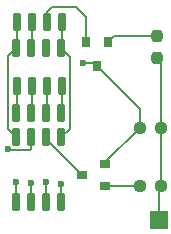
<source format=gbr>
%TF.GenerationSoftware,KiCad,Pcbnew,8.0.4*%
%TF.CreationDate,2024-08-25T11:53:39+01:00*%
%TF.ProjectId,ds_lite_tv_out_chip_swap,64735f6c-6974-4655-9f74-765f6f75745f,rev?*%
%TF.SameCoordinates,Original*%
%TF.FileFunction,Copper,L1,Top*%
%TF.FilePolarity,Positive*%
%FSLAX46Y46*%
G04 Gerber Fmt 4.6, Leading zero omitted, Abs format (unit mm)*
G04 Created by KiCad (PCBNEW 8.0.4) date 2024-08-25 11:53:39*
%MOMM*%
%LPD*%
G01*
G04 APERTURE LIST*
G04 Aperture macros list*
%AMRoundRect*
0 Rectangle with rounded corners*
0 $1 Rounding radius*
0 $2 $3 $4 $5 $6 $7 $8 $9 X,Y pos of 4 corners*
0 Add a 4 corners polygon primitive as box body*
4,1,4,$2,$3,$4,$5,$6,$7,$8,$9,$2,$3,0*
0 Add four circle primitives for the rounded corners*
1,1,$1+$1,$2,$3*
1,1,$1+$1,$4,$5*
1,1,$1+$1,$6,$7*
1,1,$1+$1,$8,$9*
0 Add four rect primitives between the rounded corners*
20,1,$1+$1,$2,$3,$4,$5,0*
20,1,$1+$1,$4,$5,$6,$7,0*
20,1,$1+$1,$6,$7,$8,$9,0*
20,1,$1+$1,$8,$9,$2,$3,0*%
G04 Aperture macros list end*
%TA.AperFunction,ComponentPad*%
%ADD10RoundRect,0.187500X-0.187500X-0.562500X0.187500X-0.562500X0.187500X0.562500X-0.187500X0.562500X0*%
%TD*%
%TA.AperFunction,SMDPad,CuDef*%
%ADD11RoundRect,0.187500X-0.187500X-0.562500X0.187500X-0.562500X0.187500X0.562500X-0.187500X0.562500X0*%
%TD*%
%TA.AperFunction,SMDPad,CuDef*%
%ADD12R,0.900000X0.800000*%
%TD*%
%TA.AperFunction,SMDPad,CuDef*%
%ADD13R,0.800000X0.900000*%
%TD*%
%TA.AperFunction,ComponentPad*%
%ADD14R,1.500000X1.500000*%
%TD*%
%TA.AperFunction,SMDPad,CuDef*%
%ADD15RoundRect,0.237500X-0.250000X-0.237500X0.250000X-0.237500X0.250000X0.237500X-0.250000X0.237500X0*%
%TD*%
%TA.AperFunction,SMDPad,CuDef*%
%ADD16RoundRect,0.237500X-0.237500X0.250000X-0.237500X-0.250000X0.237500X-0.250000X0.237500X0.250000X0*%
%TD*%
%TA.AperFunction,ViaPad*%
%ADD17C,0.600000*%
%TD*%
%TA.AperFunction,Conductor*%
%ADD18C,0.200000*%
%TD*%
G04 APERTURE END LIST*
D10*
%TO.P,U5,1,DSI*%
%TO.N,Net-(U3-DSI)*%
X150290000Y-79225000D03*
%TO.P,U5,2,SC*%
%TO.N,Net-(U3-SC)*%
X151560000Y-79225000D03*
%TO.P,U5,3,RST*%
%TO.N,Net-(U3-RST)*%
X152830000Y-79225000D03*
%TO.P,U5,4,CS*%
%TO.N,Net-(U3-CS)*%
X154100000Y-79225000D03*
%TO.P,U5,5,RP*%
%TO.N,Net-(U3-RP)*%
X154100000Y-73735000D03*
%TO.P,U5,6,VCC*%
%TO.N,Net-(U1-C)*%
X152830000Y-73735000D03*
%TO.P,U5,7,GND*%
%TO.N,Net-(U3-GND)*%
X151560000Y-73735000D03*
%TO.P,U5,8,SDO*%
%TO.N,Net-(U3-SDO)*%
X150290000Y-73735000D03*
%TD*%
D11*
%TO.P,U4,1,DSI*%
%TO.N,Net-(U3-DSI)*%
X150330000Y-76950000D03*
%TO.P,U4,2,SC*%
%TO.N,Net-(U3-SC)*%
X151600000Y-76950000D03*
%TO.P,U4,3,RST*%
%TO.N,Net-(U3-RST)*%
X152870000Y-76950000D03*
%TO.P,U4,4,CS*%
%TO.N,Net-(U3-CS)*%
X154140000Y-76950000D03*
%TO.P,U4,5,RP*%
%TO.N,Net-(U3-RP)*%
X154140000Y-71460000D03*
%TO.P,U4,6,VCC*%
%TO.N,Net-(U1-E)*%
X152870000Y-71460000D03*
%TO.P,U4,7,GND*%
%TO.N,Net-(U3-GND)*%
X151600000Y-71460000D03*
%TO.P,U4,8,SDO*%
%TO.N,Net-(U3-SDO)*%
X150330000Y-71460000D03*
%TD*%
%TO.P,U3,1,DSI*%
%TO.N,Net-(U3-DSI)*%
X150290000Y-86730000D03*
%TO.P,U3,2,SC*%
%TO.N,Net-(U3-SC)*%
X151560000Y-86730000D03*
%TO.P,U3,3,RST*%
%TO.N,Net-(U3-RST)*%
X152830000Y-86730000D03*
%TO.P,U3,4,CS*%
%TO.N,Net-(U3-CS)*%
X154100000Y-86730000D03*
%TO.P,U3,5,RP*%
%TO.N,Net-(U3-RP)*%
X154100000Y-81240000D03*
%TO.P,U3,6,VCC*%
%TO.N,Net-(U2-C)*%
X152830000Y-81240000D03*
%TO.P,U3,7,GND*%
%TO.N,Net-(U3-GND)*%
X151560000Y-81240000D03*
%TO.P,U3,8,SDO*%
%TO.N,Net-(U3-SDO)*%
X150290000Y-81240000D03*
%TD*%
D12*
%TO.P,U2,1,B*%
%TO.N,Net-(U2-B)*%
X157820000Y-85380000D03*
%TO.P,U2,2,E*%
%TO.N,Net-(U1-C)*%
X157820000Y-83480000D03*
%TO.P,U2,3,C*%
%TO.N,Net-(U2-C)*%
X155820000Y-84430000D03*
%TD*%
D13*
%TO.P,U1,1,B*%
%TO.N,Net-(U1-B)*%
X158070000Y-73200000D03*
%TO.P,U1,2,E*%
%TO.N,Net-(U1-E)*%
X156170000Y-73200000D03*
%TO.P,U1,3,C*%
%TO.N,Net-(U1-C)*%
X157120000Y-75200000D03*
%TD*%
D14*
%TO.P,TP1,1,1*%
%TO.N,Net-(R1-Pad2)*%
X162330000Y-88220000D03*
%TD*%
D15*
%TO.P,R3,1*%
%TO.N,Net-(U2-B)*%
X160727500Y-85400000D03*
%TO.P,R3,2*%
%TO.N,Net-(R1-Pad2)*%
X162552500Y-85400000D03*
%TD*%
%TO.P,R2,1*%
%TO.N,Net-(U1-C)*%
X160747500Y-80460000D03*
%TO.P,R2,2*%
%TO.N,Net-(R1-Pad2)*%
X162572500Y-80460000D03*
%TD*%
D16*
%TO.P,R1,1*%
%TO.N,Net-(U1-B)*%
X162220000Y-72717500D03*
%TO.P,R1,2*%
%TO.N,Net-(R1-Pad2)*%
X162220000Y-74542500D03*
%TD*%
D17*
%TO.N,Net-(U1-C)*%
X155950000Y-74960000D03*
%TO.N,Net-(U3-GND)*%
X149549344Y-82212112D03*
%TO.N,Net-(U3-CS)*%
X154040000Y-85250000D03*
%TO.N,Net-(U3-RST)*%
X152780000Y-85080000D03*
%TO.N,Net-(U3-SC)*%
X151560000Y-85100000D03*
%TO.N,Net-(U3-DSI)*%
X150270000Y-85030000D03*
%TD*%
D18*
%TO.N,Net-(R1-Pad2)*%
X162330000Y-88220000D02*
X162330000Y-85622500D01*
X162330000Y-85622500D02*
X162552500Y-85400000D01*
%TO.N,Net-(U1-E)*%
X153310000Y-70220000D02*
X155340000Y-70220000D01*
X152870000Y-70660000D02*
X153310000Y-70220000D01*
X152870000Y-71460000D02*
X152870000Y-70660000D01*
X155340000Y-70220000D02*
X155340000Y-70260000D01*
X155340000Y-70260000D02*
X156170000Y-71090000D01*
X156170000Y-71090000D02*
X156170000Y-73200000D01*
%TO.N,Net-(U3-CS)*%
X154140000Y-76950000D02*
X154140000Y-79185000D01*
X154140000Y-79185000D02*
X154100000Y-79225000D01*
%TO.N,Net-(U3-RST)*%
X152870000Y-76950000D02*
X152870000Y-79185000D01*
X152870000Y-79185000D02*
X152830000Y-79225000D01*
%TO.N,Net-(U3-SC)*%
X151600000Y-76950000D02*
X151600000Y-79185000D01*
X151600000Y-79185000D02*
X151560000Y-79225000D01*
%TO.N,Net-(U3-DSI)*%
X150330000Y-76950000D02*
X150330000Y-79185000D01*
X150330000Y-79185000D02*
X150290000Y-79225000D01*
%TO.N,Net-(U3-RP)*%
X154140000Y-71460000D02*
X154140000Y-73695000D01*
X154140000Y-73695000D02*
X154100000Y-73735000D01*
%TO.N,Net-(U3-GND)*%
X151600000Y-71460000D02*
X151600000Y-73695000D01*
X151600000Y-73695000D02*
X151560000Y-73735000D01*
%TO.N,Net-(U3-SDO)*%
X150330000Y-71460000D02*
X150330000Y-73695000D01*
X150330000Y-73695000D02*
X150290000Y-73735000D01*
%TO.N,Net-(U1-C)*%
X155950000Y-74960000D02*
X156880000Y-74960000D01*
X156880000Y-74960000D02*
X157120000Y-75200000D01*
%TO.N,Net-(U1-B)*%
X162220000Y-72717500D02*
X158552500Y-72717500D01*
X158552500Y-72717500D02*
X158070000Y-73200000D01*
%TO.N,Net-(U1-C)*%
X160747500Y-80460000D02*
X160747500Y-78827500D01*
X160747500Y-78827500D02*
X157120000Y-75200000D01*
X157820000Y-83480000D02*
X157820000Y-83387500D01*
X157820000Y-83387500D02*
X160747500Y-80460000D01*
%TO.N,Net-(U3-GND)*%
X151560000Y-82210000D02*
X151560000Y-81240000D01*
X149549344Y-82212112D02*
X149627232Y-82290000D01*
X149627232Y-82290000D02*
X151480000Y-82290000D01*
X151480000Y-82290000D02*
X151560000Y-82210000D01*
%TO.N,Net-(U3-SDO)*%
X150290000Y-81240000D02*
X149615000Y-80565000D01*
X149615000Y-80565000D02*
X149615000Y-74410000D01*
X149615000Y-74410000D02*
X150290000Y-73735000D01*
%TO.N,Net-(U3-RP)*%
X154100000Y-81240000D02*
X154825000Y-80515000D01*
X154825000Y-80515000D02*
X154825000Y-74460000D01*
X154825000Y-74460000D02*
X154100000Y-73735000D01*
%TO.N,Net-(U3-CS)*%
X154100000Y-85310000D02*
X154040000Y-85250000D01*
X154100000Y-86730000D02*
X154100000Y-85310000D01*
%TO.N,Net-(U3-RST)*%
X152830000Y-85130000D02*
X152780000Y-85080000D01*
X152830000Y-86730000D02*
X152830000Y-85130000D01*
%TO.N,Net-(U3-SC)*%
X151560000Y-86730000D02*
X151560000Y-85100000D01*
%TO.N,Net-(U3-DSI)*%
X150290000Y-85050000D02*
X150270000Y-85030000D01*
X150290000Y-86730000D02*
X150290000Y-85050000D01*
%TO.N,Net-(U2-C)*%
X152830000Y-81240000D02*
X152830000Y-81440000D01*
X152830000Y-81440000D02*
X155820000Y-84430000D01*
%TO.N,Net-(U2-B)*%
X160727500Y-85400000D02*
X157840000Y-85400000D01*
X157840000Y-85400000D02*
X157820000Y-85380000D01*
%TO.N,Net-(R1-Pad2)*%
X162572500Y-80460000D02*
X162572500Y-74895000D01*
X162572500Y-74895000D02*
X162220000Y-74542500D01*
X162552500Y-85400000D02*
X162552500Y-80480000D01*
X162552500Y-80480000D02*
X162572500Y-80460000D01*
%TD*%
M02*

</source>
